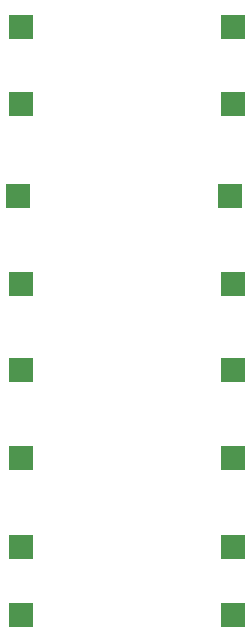
<source format=gbr>
%TF.GenerationSoftware,KiCad,Pcbnew,6.0.10-86aedd382b~118~ubuntu22.04.1*%
%TF.CreationDate,2023-01-31T18:19:09-07:00*%
%TF.ProjectId,scaarix_flow_bridge,73636161-7269-4785-9f66-6c6f775f6272,v1.0.0*%
%TF.SameCoordinates,Original*%
%TF.FileFunction,Soldermask,Top*%
%TF.FilePolarity,Negative*%
%FSLAX46Y46*%
G04 Gerber Fmt 4.6, Leading zero omitted, Abs format (unit mm)*
G04 Created by KiCad (PCBNEW 6.0.10-86aedd382b~118~ubuntu22.04.1) date 2023-01-31 18:19:09*
%MOMM*%
%LPD*%
G01*
G04 APERTURE LIST*
%ADD10R,2.000000X2.000000*%
G04 APERTURE END LIST*
D10*
%TO.C,J3*%
X293800000Y-78050000D03*
X293800000Y-84550000D03*
X293550000Y-92300000D03*
X293800000Y-99800000D03*
X293800000Y-107050000D03*
X293800000Y-114550000D03*
X293800000Y-122050000D03*
X293800000Y-127800000D03*
%TD*%
%TO.C,J4*%
X311800000Y-78050000D03*
X311800000Y-84550000D03*
X311550000Y-92300000D03*
X311800000Y-99800000D03*
X311800000Y-107050000D03*
X311800000Y-114550000D03*
X311800000Y-122050000D03*
X311800000Y-127800000D03*
%TD*%
M02*

</source>
